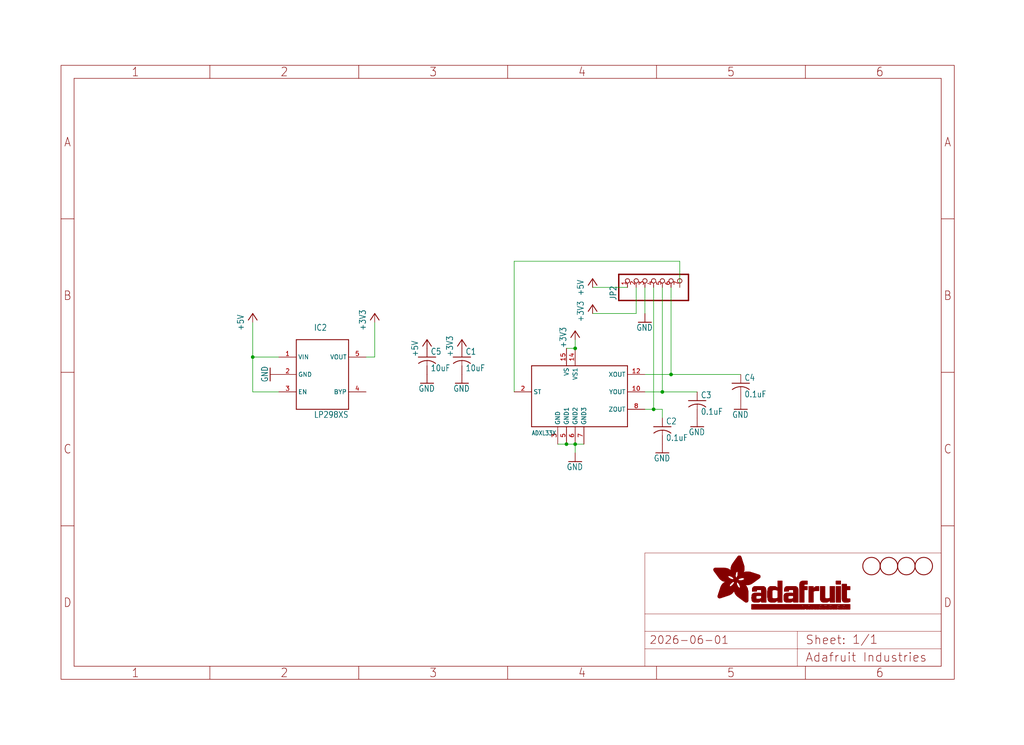
<source format=kicad_sch>
(kicad_sch (version 20230121) (generator eeschema)
  (paper "User" 298.45 217.322)
  (lib_symbols
    (symbol "working-eagle-import:+3V3" (power)
      (property "Value" "+3V3" (at -2.54 -5.08 90))
      (symbol "+3V3_1_0"
        (pin power_in line (at 0 -2.54 90) (length 2.54) (name "+3V3") (number "1"))
      )
    )
    (symbol "working-eagle-import:+5V" (power)
      (property "Value" "+5V" (at -2.54 -5.08 90))
      (symbol "+5V_1_0"
        (pin power_in line (at 0 -2.54 90) (length 2.54) (name "+5V") (number "1"))
      )
    )
    (symbol "working-eagle-import:ADXL33X"
      (symbol "ADXL33X_1_0"
        (pin output line (at 17.78 2.54 180) (length 5.08) (name "YOUT") (number "10"))
        (pin output line (at 17.78 7.62 180) (length 5.08) (name "XOUT") (number "12"))
        (pin power_in line (at -2.54 15.24 270) (length 5.08) (name "VS1") (number "14"))
        (pin power_in line (at -5.08 15.24 270) (length 5.08) (name "VS") (number "15"))
        (pin input line (at -20.32 2.54 0) (length 5.08) (name "ST") (number "2"))
        (pin power_in line (at -7.62 -12.7 90) (length 5.08) (name "GND") (number "3"))
        (pin power_in line (at -5.08 -12.7 90) (length 5.08) (name "GND1") (number "5"))
        (pin power_in line (at -2.54 -12.7 90) (length 5.08) (name "GND2") (number "6"))
        (pin power_in line (at 0 -12.7 90) (length 5.08) (name "GND3") (number "7"))
        (pin output line (at 17.78 -2.54 180) (length 5.08) (name "ZOUT") (number "8"))
      )
    )
    (symbol "working-eagle-import:C-USC0805K"
      (property "Reference" "C" (at 1.016 0.635 0))
      (symbol "C-USC0805K_1_0"
        (pin passive line (at 0 2.54 270) (length 2.54) (name "1") (number "1"))
        (pin passive line (at 0 -5.08 90) (length 2.54) (name "2") (number "2"))
      )
    )
    (symbol "working-eagle-import:FIDUCIAL")
    (symbol "working-eagle-import:FRAME_A4_ADAFRUIT"
      (symbol "FRAME_A4_ADAFRUIT_1_0"
        (text "${#}/${##}" (at 230.505 10.16 0) (effects (font (size 2.54 2.54)) (justify left bottom)))
        (text "${CURRENT_DATE}" (at 171.45 10.16 0) (effects (font (size 2.286 2.286)) (justify left bottom)))
        (text "${PROJECTNAME}" (at 171.45 15.24 0) (effects (font (size 2.54 2.54)) (justify left bottom)))
        (text "1" (at 21.6958 1.905 0) (effects (font (size 2.54 2.286))))
        (text "1" (at 21.6958 177.165 0) (effects (font (size 2.54 2.286))))
        (text "2" (at 65.0875 1.905 0) (effects (font (size 2.54 2.286))))
        (text "2" (at 65.0875 177.165 0) (effects (font (size 2.54 2.286))))
        (text "3" (at 108.4792 1.905 0) (effects (font (size 2.54 2.286))))
        (text "3" (at 108.4792 177.165 0) (effects (font (size 2.54 2.286))))
        (text "4" (at 151.8708 1.905 0) (effects (font (size 2.54 2.286))))
        (text "4" (at 151.8708 177.165 0) (effects (font (size 2.54 2.286))))
        (text "5" (at 195.2625 1.905 0) (effects (font (size 2.54 2.286))))
        (text "5" (at 195.2625 177.165 0) (effects (font (size 2.54 2.286))))
        (text "6" (at 238.6542 1.905 0) (effects (font (size 2.54 2.286))))
        (text "6" (at 238.6542 177.165 0) (effects (font (size 2.54 2.286))))
        (text "A" (at 1.905 156.6863 0) (effects (font (size 2.54 2.286))))
        (text "A" (at 258.445 156.6863 0) (effects (font (size 2.54 2.286))))
        (text "Adafruit Industries" (at 216.916 4.953 0) (effects (font (size 2.54 2.54)) (justify left bottom)))
        (text "B" (at 1.905 111.9188 0) (effects (font (size 2.54 2.286))))
        (text "B" (at 258.445 111.9188 0) (effects (font (size 2.54 2.286))))
        (text "C" (at 1.905 67.1513 0) (effects (font (size 2.54 2.286))))
        (text "C" (at 258.445 67.1513 0) (effects (font (size 2.54 2.286))))
        (text "D" (at 1.905 22.3838 0) (effects (font (size 2.54 2.286))))
        (text "D" (at 258.445 22.3838 0) (effects (font (size 2.54 2.286))))
        (text "Sheet:" (at 216.916 10.033 0) (effects (font (size 2.54 2.54)) (justify left bottom)))
      )
    )
    (symbol "working-eagle-import:GND" (power)
      (property "Value" "GND" (at -2.54 -2.54 0))
      (symbol "GND_1_0"
        (pin power_in line (at 0 2.54 270) (length 2.54) (name "GND") (number "1"))
      )
    )
    (symbol "working-eagle-import:HEADER-1X7THICKER"
      (property "Reference" "JP" (at -6.35 10.795 0))
      (symbol "HEADER-1X7THICKER_1_0"
        (pin passive inverted (at -2.54 7.62 0) (length 2.54) (name "1") (number "1"))
        (pin passive inverted (at -2.54 5.08 0) (length 2.54) (name "2") (number "2"))
        (pin passive inverted (at -2.54 2.54 0) (length 2.54) (name "3") (number "3"))
        (pin passive inverted (at -2.54 0 0) (length 2.54) (name "4") (number "4"))
        (pin passive inverted (at -2.54 -2.54 0) (length 2.54) (name "5") (number "5"))
        (pin passive inverted (at -2.54 -5.08 0) (length 2.54) (name "6") (number "6"))
        (pin passive inverted (at -2.54 -7.62 0) (length 2.54) (name "7") (number "7"))
      )
    )
    (symbol "working-eagle-import:LP298XS"
      (property "Reference" "IC" (at -12.7 -5.08 90))
      (symbol "LP298XS_1_0"
        (pin bidirectional line (at -5.08 -15.24 90) (length 5.08) (name "VIN") (number "1"))
        (pin bidirectional line (at 0 -15.24 90) (length 5.08) (name "GND") (number "2"))
        (pin bidirectional line (at 5.08 -15.24 90) (length 5.08) (name "EN") (number "3"))
        (pin bidirectional line (at 5.08 10.16 270) (length 5.08) (name "BYP") (number "4"))
        (pin bidirectional line (at -5.08 10.16 270) (length 5.08) (name "VOUT") (number "5"))
      )
    )
    (symbol "working-eagle-import:MOUNTINGHOLE2.0")
  )
  (junction (at 167.64 101.6))
  (junction (at 190.5 119.38))
  (junction (at 167.64 129.54))
  (junction (at 73.66 104.14))
  (junction (at 195.58 109.22))
  (junction (at 165.1 129.54))
  (junction (at 193.04 114.3))
  (wire (pts (xy 167.64 129.54) (xy 170.18 129.54)) (stroke (width 0.1524)))
  (wire (pts (xy 167.64 132.08) (xy 167.64 129.54)) (stroke (width 0.1524)))
  (wire (pts (xy 167.64 101.6) (xy 167.64 99.06)) (stroke (width 0.1524)))
  (wire (pts (xy 193.04 114.3) (xy 193.04 83.82)) (stroke (width 0.1524)))
  (wire (pts (xy 73.66 104.14) (xy 73.66 114.3)) (stroke (width 0.1524)))
  (wire (pts (xy 165.1 101.6) (xy 167.64 101.6)) (stroke (width 0.1524)))
  (wire (pts (xy 187.96 119.38) (xy 190.5 119.38)) (stroke (width 0.1524)))
  (wire (pts (xy 73.66 114.3) (xy 81.28 114.3)) (stroke (width 0.1524)))
  (wire (pts (xy 73.66 93.98) (xy 73.66 104.14)) (stroke (width 0.1524)))
  (wire (pts (xy 187.96 109.22) (xy 195.58 109.22)) (stroke (width 0.1524)))
  (wire (pts (xy 149.86 76.2) (xy 198.12 76.2)) (stroke (width 0.1524)))
  (wire (pts (xy 109.22 104.14) (xy 106.68 104.14)) (stroke (width 0.1524)))
  (wire (pts (xy 190.5 119.38) (xy 193.04 119.38)) (stroke (width 0.1524)))
  (wire (pts (xy 198.12 76.2) (xy 198.12 83.82)) (stroke (width 0.1524)))
  (wire (pts (xy 187.96 91.44) (xy 187.96 83.82)) (stroke (width 0.1524)))
  (wire (pts (xy 195.58 109.22) (xy 215.9 109.22)) (stroke (width 0.1524)))
  (wire (pts (xy 193.04 114.3) (xy 203.2 114.3)) (stroke (width 0.1524)))
  (wire (pts (xy 162.56 129.54) (xy 165.1 129.54)) (stroke (width 0.1524)))
  (wire (pts (xy 187.96 114.3) (xy 193.04 114.3)) (stroke (width 0.1524)))
  (wire (pts (xy 190.5 119.38) (xy 190.5 83.82)) (stroke (width 0.1524)))
  (wire (pts (xy 195.58 109.22) (xy 195.58 83.82)) (stroke (width 0.1524)))
  (wire (pts (xy 193.04 119.38) (xy 193.04 121.92)) (stroke (width 0.1524)))
  (wire (pts (xy 165.1 129.54) (xy 167.64 129.54)) (stroke (width 0.1524)))
  (wire (pts (xy 172.72 91.44) (xy 185.42 91.44)) (stroke (width 0.1524)))
  (wire (pts (xy 73.66 104.14) (xy 81.28 104.14)) (stroke (width 0.1524)))
  (wire (pts (xy 172.72 83.82) (xy 182.88 83.82)) (stroke (width 0.1524)))
  (wire (pts (xy 185.42 91.44) (xy 185.42 83.82)) (stroke (width 0.1524)))
  (wire (pts (xy 109.22 93.98) (xy 109.22 104.14)) (stroke (width 0.1524)))
  (wire (pts (xy 149.86 114.3) (xy 149.86 76.2)) (stroke (width 0.1524)))
  (symbol (lib_id "working-eagle-import:ADXL33X") (at 170.18 116.84 0) (unit 1)
    (property "Reference" "IC1" (effects hide))
    (property "Value" "ADXL33X" (at 154.94 127 0) (effects (font (size 1.27 1.0795)) (justify left bottom)))
    (property "Footprint" "working:16LCSP" (effects hide))
  )
  (symbol (lib_id "working-eagle-import:GND") (at 134.62 111.76 0) (unit 1)
    (property "Reference" "#GND2" (effects hide))
    (property "Value" "GND" (at 132.08 114.3 0) (effects (font (size 1.778 1.5113)) (justify left bottom)))
  )
  (symbol (lib_id "working-eagle-import:GND") (at 167.64 134.62 0) (unit 1)
    (property "Reference" "#GND1" (effects hide))
    (property "Value" "GND" (at 165.1 137.16 0) (effects (font (size 1.778 1.5113)) (justify left bottom)))
  )
  (symbol (lib_id "working-eagle-import:+5V") (at 73.66 91.44 0) (unit 1)
    (property "Reference" "#P+1" (effects hide))
    (property "Value" "+5V" (at 71.12 96.52 90) (effects (font (size 1.778 1.5113)) (justify left bottom)))
  )
  (symbol (lib_id "working-eagle-import:GND") (at 124.46 111.76 0) (unit 1)
    (property "Reference" "#GND8" (effects hide))
    (property "Value" "GND" (at 121.92 114.3 0) (effects (font (size 1.778 1.5113)) (justify left bottom)))
  )
  (symbol (lib_id "working-eagle-import:GND") (at 187.96 93.98 0) (unit 1)
    (property "Reference" "#GND6" (effects hide))
    (property "Value" "GND" (at 185.42 96.52 0) (effects (font (size 1.778 1.5113)) (justify left bottom)))
  )
  (symbol (lib_id "working-eagle-import:C-USC0805K") (at 134.62 104.14 0) (unit 1)
    (property "Reference" "C1" (at 135.636 103.505 0) (effects (font (size 1.778 1.5113)) (justify left bottom)))
    (property "Value" "10uF" (at 135.636 108.331 0) (effects (font (size 1.778 1.5113)) (justify left bottom)))
    (property "Footprint" "working:C0805K" (effects hide))
  )
  (symbol (lib_id "working-eagle-import:C-USC0805K") (at 124.46 104.14 0) (unit 1)
    (property "Reference" "C5" (at 125.476 103.505 0) (effects (font (size 1.778 1.5113)) (justify left bottom)))
    (property "Value" "10uF" (at 125.476 108.331 0) (effects (font (size 1.778 1.5113)) (justify left bottom)))
    (property "Footprint" "working:C0805K" (effects hide))
  )
  (symbol (lib_id "working-eagle-import:C-USC0805K") (at 193.04 124.46 0) (unit 1)
    (property "Reference" "C2" (at 194.056 123.825 0) (effects (font (size 1.778 1.5113)) (justify left bottom)))
    (property "Value" "0.1uF" (at 194.056 128.651 0) (effects (font (size 1.778 1.5113)) (justify left bottom)))
    (property "Footprint" "working:C0805K" (effects hide))
  )
  (symbol (lib_id "working-eagle-import:LP298XS") (at 96.52 109.22 270) (unit 1)
    (property "Reference" "IC2" (at 91.44 96.52 90) (effects (font (size 1.778 1.5113)) (justify left bottom)))
    (property "Value" "LP298XS" (at 91.44 121.92 90) (effects (font (size 1.778 1.5113)) (justify left bottom)))
    (property "Footprint" "working:SOT23-5L" (effects hide))
  )
  (symbol (lib_id "working-eagle-import:MOUNTINGHOLE2.0") (at 269.24 165.1 0) (unit 1)
    (property "Reference" "U$5" (effects hide))
    (property "Value" "MOUNTINGHOLE2.0" (effects hide))
    (property "Footprint" "working:MOUNTINGHOLE_2.0_PLATED" (effects hide))
  )
  (symbol (lib_id "working-eagle-import:+3V3") (at 172.72 88.9 0) (unit 1)
    (property "Reference" "#+3V4" (effects hide))
    (property "Value" "+3V3" (at 170.18 93.98 90) (effects (font (size 1.778 1.5113)) (justify left bottom)))
  )
  (symbol (lib_id "working-eagle-import:+3V3") (at 167.64 96.52 0) (unit 1)
    (property "Reference" "#+3V3" (effects hide))
    (property "Value" "+3V3" (at 165.1 101.6 90) (effects (font (size 1.778 1.5113)) (justify left bottom)))
  )
  (symbol (lib_id "working-eagle-import:MOUNTINGHOLE2.0") (at 264.16 165.1 0) (unit 1)
    (property "Reference" "U$8" (effects hide))
    (property "Value" "MOUNTINGHOLE2.0" (effects hide))
    (property "Footprint" "working:MOUNTINGHOLE_2.0_PLATED" (effects hide))
  )
  (symbol (lib_id "working-eagle-import:FRAME_A4_ADAFRUIT") (at 17.78 198.12 0) (unit 1)
    (property "Reference" "#U$3" (effects hide))
    (property "Value" "FRAME_A4_ADAFRUIT" (effects hide))
  )
  (symbol (lib_id "working-eagle-import:+5V") (at 172.72 81.28 0) (unit 1)
    (property "Reference" "#P+3" (effects hide))
    (property "Value" "+5V" (at 170.18 86.36 90) (effects (font (size 1.778 1.5113)) (justify left bottom)))
  )
  (symbol (lib_id "working-eagle-import:GND") (at 215.9 119.38 0) (unit 1)
    (property "Reference" "#GND5" (effects hide))
    (property "Value" "GND" (at 213.36 121.92 0) (effects (font (size 1.778 1.5113)) (justify left bottom)))
  )
  (symbol (lib_id "working-eagle-import:GND") (at 193.04 132.08 0) (unit 1)
    (property "Reference" "#GND3" (effects hide))
    (property "Value" "GND" (at 190.5 134.62 0) (effects (font (size 1.778 1.5113)) (justify left bottom)))
  )
  (symbol (lib_id "working-eagle-import:C-USC0805K") (at 215.9 111.76 0) (unit 1)
    (property "Reference" "C4" (at 216.916 111.125 0) (effects (font (size 1.778 1.5113)) (justify left bottom)))
    (property "Value" "0.1uF" (at 216.916 115.951 0) (effects (font (size 1.778 1.5113)) (justify left bottom)))
    (property "Footprint" "working:C0805K" (effects hide))
  )
  (symbol (lib_id "working-eagle-import:GND") (at 78.74 109.22 270) (unit 1)
    (property "Reference" "#GND7" (effects hide))
    (property "Value" "GND" (at 76.2 106.68 0) (effects (font (size 1.778 1.5113)) (justify left bottom)))
  )
  (symbol (lib_id "working-eagle-import:+3V3") (at 109.22 91.44 0) (unit 1)
    (property "Reference" "#+3V1" (effects hide))
    (property "Value" "+3V3" (at 106.68 96.52 90) (effects (font (size 1.778 1.5113)) (justify left bottom)))
  )
  (symbol (lib_id "working-eagle-import:HEADER-1X7THICKER") (at 190.5 81.28 90) (unit 1)
    (property "Reference" "JP2" (at 179.705 87.63 0) (effects (font (size 1.778 1.5113)) (justify left bottom)))
    (property "Value" "HEADER-1X7THICKER" (effects hide))
    (property "Footprint" "working:1X07_ROUND_76" (effects hide))
  )
  (symbol (lib_id "working-eagle-import:FIDUCIAL") (at 254 165.1 0) (unit 1)
    (property "Reference" "U$2" (effects hide))
    (property "Value" "FIDUCIAL" (effects hide))
    (property "Footprint" "working:FIDUCIAL_1MM" (effects hide))
  )
  (symbol (lib_id "working-eagle-import:GND") (at 203.2 124.46 0) (unit 1)
    (property "Reference" "#GND4" (effects hide))
    (property "Value" "GND" (at 200.66 127 0) (effects (font (size 1.778 1.5113)) (justify left bottom)))
  )
  (symbol (lib_id "working-eagle-import:FIDUCIAL") (at 259.08 165.1 0) (unit 1)
    (property "Reference" "U$1" (effects hide))
    (property "Value" "FIDUCIAL" (effects hide))
    (property "Footprint" "working:FIDUCIAL_1MM" (effects hide))
  )
  (symbol (lib_id "working-eagle-import:C-USC0805K") (at 203.2 116.84 0) (unit 1)
    (property "Reference" "C3" (at 204.216 116.205 0) (effects (font (size 1.778 1.5113)) (justify left bottom)))
    (property "Value" "0.1uF" (at 204.216 121.031 0) (effects (font (size 1.778 1.5113)) (justify left bottom)))
    (property "Footprint" "working:C0805K" (effects hide))
  )
  (symbol (lib_id "working-eagle-import:+3V3") (at 134.62 99.06 0) (unit 1)
    (property "Reference" "#+3V2" (effects hide))
    (property "Value" "+3V3" (at 132.08 104.14 90) (effects (font (size 1.778 1.5113)) (justify left bottom)))
  )
  (symbol (lib_id "working-eagle-import:+5V") (at 124.46 99.06 0) (unit 1)
    (property "Reference" "#P+2" (effects hide))
    (property "Value" "+5V" (at 121.92 104.14 90) (effects (font (size 1.778 1.5113)) (justify left bottom)))
  )
)
</source>
